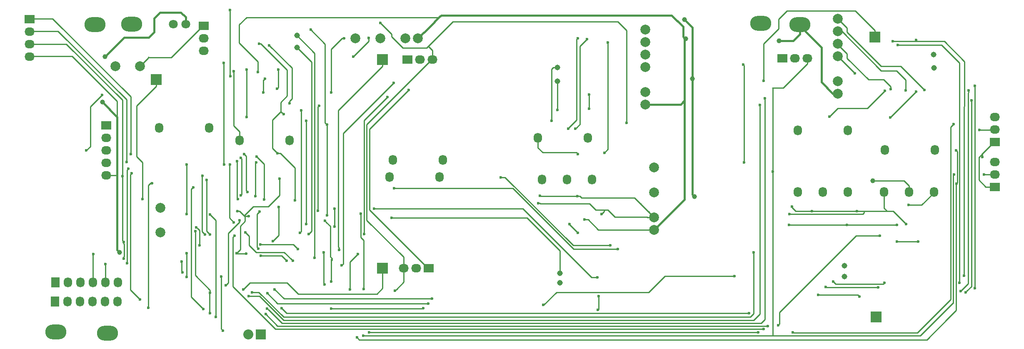
<source format=gbr>
G04 #@! TF.FileFunction,Copper,L2,Bot,Signal*
%FSLAX46Y46*%
G04 Gerber Fmt 4.6, Leading zero omitted, Abs format (unit mm)*
G04 Created by KiCad (PCBNEW 4.0.1-stable) date 12/11/2016 23:12:02*
%MOMM*%
G01*
G04 APERTURE LIST*
%ADD10C,0.100000*%
%ADD11C,2.000000*%
%ADD12O,4.300000X3.000000*%
%ADD13R,1.727200X2.032000*%
%ADD14O,1.727200X2.032000*%
%ADD15R,2.032000X2.032000*%
%ADD16O,2.032000X2.032000*%
%ADD17C,1.143000*%
%ADD18R,2.235200X2.235200*%
%ADD19R,2.032000X1.727200*%
%ADD20O,2.032000X1.727200*%
%ADD21C,1.800000*%
%ADD22C,0.600000*%
%ADD23C,1.000000*%
%ADD24C,0.250000*%
%ADD25C,0.400000*%
G04 APERTURE END LIST*
D10*
D11*
X166492000Y61919000D03*
X166492000Y64459000D03*
X166492000Y69539000D03*
X166492000Y74619000D03*
X166492000Y72079000D03*
X166492000Y77159000D03*
X28764000Y38721000D03*
X28764000Y33721000D03*
X129133600Y34276200D03*
X129133600Y36816200D03*
X129133600Y41896200D03*
X129133600Y46976200D03*
D12*
X15494000Y75983000D03*
X158764000Y75971000D03*
D13*
X7360600Y19699200D03*
D14*
X9900600Y19699200D03*
X12440600Y19699200D03*
X14980600Y19699200D03*
X17520600Y19699200D03*
X20060600Y19699200D03*
D12*
X7514000Y13471000D03*
X18014000Y13221000D03*
D13*
X7411400Y23610800D03*
D14*
X9951400Y23610800D03*
X12491400Y23610800D03*
X15031400Y23610800D03*
X17571400Y23610800D03*
X20111400Y23610800D03*
D11*
X127355600Y59751000D03*
X127355600Y62291000D03*
X127355600Y67371000D03*
X127355600Y72451000D03*
X127355600Y69911000D03*
X127355600Y74991000D03*
D12*
X22914000Y76071000D03*
X150764000Y76221000D03*
D15*
X49164000Y13021000D03*
D16*
X46624000Y13021000D03*
D11*
X81134000Y73201000D03*
X78594000Y73201000D03*
X73514000Y73201000D03*
X68434000Y73201000D03*
D17*
X56514000Y71371000D03*
X56514000Y73771000D03*
D18*
X73914000Y68871000D03*
X73914000Y26453000D03*
D17*
X109474000Y67245400D03*
X109996800Y25464600D03*
X109503200Y64451400D03*
X109996800Y23464600D03*
D19*
X83312000Y26453000D03*
D20*
X80772000Y26453000D03*
X78232000Y26453000D03*
D19*
X78994000Y68871000D03*
D20*
X81534000Y68871000D03*
X84074000Y68871000D03*
D17*
X167814000Y26971000D03*
X167814000Y24771000D03*
D19*
X155194000Y69125000D03*
D20*
X157734000Y69125000D03*
X160274000Y69125000D03*
D17*
X186014000Y67171000D03*
X185928000Y69887000D03*
D19*
X37592000Y75729000D03*
D20*
X37592000Y73189000D03*
X37592000Y70649000D03*
D19*
X198374000Y42963000D03*
D20*
X198374000Y45503000D03*
X198374000Y48043000D03*
D18*
X174244000Y16547000D03*
D19*
X198374000Y52107000D03*
D20*
X198374000Y54647000D03*
X198374000Y57187000D03*
D18*
X173990000Y73443000D03*
X27940000Y64807000D03*
D21*
X31414000Y76071000D03*
X33914000Y76071000D03*
D14*
X55014000Y52471000D03*
X44854000Y52471000D03*
X28514000Y54971000D03*
X38674000Y54971000D03*
X76014000Y48471000D03*
X86174000Y48471000D03*
X85514000Y44971000D03*
X75354000Y44971000D03*
X105514000Y52971000D03*
X115674000Y52971000D03*
X116514000Y44471000D03*
X111434000Y44471000D03*
X106354000Y44471000D03*
X158354000Y54471000D03*
X168514000Y54471000D03*
X168514000Y41971000D03*
X163434000Y41971000D03*
X158354000Y41971000D03*
X176014000Y50471000D03*
X186174000Y50471000D03*
X186014000Y41971000D03*
X180934000Y41971000D03*
X175854000Y41971000D03*
D19*
X17764000Y55471000D03*
D20*
X17764000Y52931000D03*
X17764000Y50391000D03*
X17764000Y47851000D03*
X17764000Y45311000D03*
D11*
X19644000Y67531000D03*
X24644000Y67531000D03*
D19*
X2159000Y77126000D03*
D20*
X2159000Y74586000D03*
X2159000Y72046000D03*
X2159000Y69506000D03*
D22*
X76454000Y21881000D03*
X153267501Y46131000D03*
X70034000Y12731000D03*
X190044000Y45501000D03*
X123544000Y56021000D03*
X52814000Y38871000D03*
X51614000Y31971000D03*
X73507600Y76287798D03*
X162464000Y21071000D03*
X21038979Y45158747D03*
X55014000Y59971000D03*
X61014000Y59471000D03*
X48707160Y30459030D03*
X84014000Y20271000D03*
X192114000Y24971000D03*
X48914000Y37971000D03*
X182328810Y72856190D03*
X170840400Y20712600D03*
X21338978Y31815000D03*
X21338978Y28371000D03*
X177614000Y72571000D03*
X50914000Y71770994D03*
X52014000Y22171000D03*
X60814000Y38171000D03*
X115004000Y36321000D03*
D23*
X135514000Y73071000D03*
X154482800Y72681000D03*
D22*
X48614000Y66371000D03*
X156514000Y35271000D03*
X168314000Y35271000D03*
X178514000Y35271000D03*
X50038002Y65010200D03*
X49714000Y62171000D03*
X63514000Y62171000D03*
X66114000Y73171000D03*
X68014000Y69471000D03*
X71114000Y73271000D03*
X38863039Y37370999D03*
X40014000Y16571000D03*
X38894000Y21491000D03*
X38854000Y17341000D03*
X35858181Y33966896D03*
X121767600Y30313800D03*
X76301600Y42709000D03*
X113131600Y54799400D03*
X115468400Y72985800D03*
X169926000Y66077000D03*
X177209000Y62875659D03*
X45084000Y48921000D03*
X45084002Y41251000D03*
X22754000Y49691000D03*
X44384000Y48251000D03*
X44570021Y40510618D03*
X21914000Y48011002D03*
X27104000Y43691000D03*
X26352584Y18445980D03*
X44904000Y36211000D03*
X42114000Y22971000D03*
X22944000Y45731000D03*
X48214000Y47971000D03*
X48072980Y41071000D03*
X24671780Y20095970D03*
X33130036Y27821020D03*
X33229236Y25620972D03*
X34114000Y29471000D03*
X34113998Y24671000D03*
X22224000Y46681000D03*
X48314000Y49171000D03*
X49885917Y40422461D03*
X22013998Y27471000D03*
X17614000Y27271000D03*
X70104000Y22262000D03*
X157324000Y13401000D03*
X69514000Y37571000D03*
X190014000Y55771000D03*
X71214000Y13437696D03*
X150314729Y13425980D03*
X74914000Y61271000D03*
X70213999Y33420999D03*
X67310002Y22135000D03*
X190504000Y50421000D03*
X190564000Y43631000D03*
X68888980Y29321000D03*
X68714000Y12371000D03*
X35504000Y42841000D03*
X37513996Y18171000D03*
X46314000Y66871001D03*
X46314000Y57171000D03*
X52514000Y62971000D03*
X52714000Y66871000D03*
X65114000Y30171000D03*
X49114000Y31270986D03*
X56714000Y30371000D03*
X45593000Y22135000D03*
X97942400Y44944200D03*
X120192800Y31075800D03*
X111709200Y54799400D03*
X113577547Y73210091D03*
X111914000Y35471000D03*
X113639600Y33615800D03*
X119735600Y72376200D03*
X119024400Y49922600D03*
X164794000Y57291000D03*
X176022000Y62521000D03*
X182778400Y31888600D03*
X178511200Y31888600D03*
X50486597Y18286208D03*
X151384002Y64553000D03*
X151638000Y60997000D03*
X177134676Y57144503D03*
X182339352Y62349179D03*
X148416175Y17295980D03*
X53414000Y18321000D03*
X60114006Y28571000D03*
X58924000Y33361000D03*
X43724000Y35781000D03*
X52544000Y49821000D03*
X42934000Y47551000D03*
X56114000Y40225980D03*
X72198341Y38525980D03*
X191214000Y23471000D03*
X165514000Y23771000D03*
X175914000Y23471000D03*
X117596800Y24564600D03*
X53814000Y57771000D03*
X178614000Y71871000D03*
X48814000Y72071000D03*
X57114000Y33669980D03*
X109503200Y58671000D03*
X57414000Y58571000D03*
X75814000Y36671000D03*
X64164000Y38571000D03*
X64214000Y34921000D03*
X58414000Y35471000D03*
X108305600Y56425000D03*
X58414000Y56461180D03*
X55714000Y27971000D03*
X145414000Y24871000D03*
X106614000Y18971000D03*
X46014000Y33771000D03*
X62103000Y23151000D03*
X192414000Y21571000D03*
X193614000Y60571000D03*
X62014000Y29671000D03*
X63500000Y23786000D03*
X82184000Y18321000D03*
X62214000Y36071000D03*
X63514000Y18238020D03*
X43814000Y33071000D03*
X191414000Y21771000D03*
X193014000Y62571000D03*
X151414000Y14071000D03*
X47414000Y21571006D03*
X149356152Y29714758D03*
X154303463Y14881537D03*
X152214000Y14716020D03*
X175014000Y33071000D03*
X50164000Y17121000D03*
X180289200Y62571800D03*
D23*
X173532800Y44233000D03*
D22*
X184048400Y62724200D03*
X25134000Y40511000D03*
X36081617Y34787016D03*
X36714000Y31121000D03*
D23*
X17014000Y60221000D03*
D22*
X53014000Y44671000D03*
X46216836Y29444064D03*
X83214000Y19271000D03*
X194314000Y22371000D03*
X194314000Y63571000D03*
X46714000Y37071000D03*
X44423020Y38021000D03*
X41114000Y24771000D03*
D23*
X20514000Y29671000D03*
D22*
X117714000Y17971000D03*
X117814000Y20771000D03*
X164014000Y22671000D03*
X174625000Y22595980D03*
X62614000Y55648380D03*
X115903200Y58871000D03*
X115903200Y61771000D03*
X59314000Y74971000D03*
X41514000Y13771000D03*
X15114000Y29371000D03*
X44314000Y29471000D03*
X50514000Y21371000D03*
X62614000Y37171000D03*
X38154000Y44391000D03*
X38862000Y33311000D03*
X41744000Y47581000D03*
X34084000Y47551000D03*
X41614000Y68171000D03*
X34114000Y37471000D03*
X113648151Y49677151D03*
X180836000Y39293000D03*
X79214000Y62671000D03*
X147414000Y47971000D03*
X147214000Y67871000D03*
X195834000Y49059000D03*
D23*
X17514000Y69471000D03*
D22*
X150614000Y59671000D03*
X46714000Y20771004D03*
X196134000Y45531000D03*
X195214000Y54571000D03*
X49159658Y28957834D03*
X54414000Y27971000D03*
X65629221Y27034715D03*
X76214000Y64171000D03*
X45824000Y49621000D03*
X46504000Y41971000D03*
D23*
X137284000Y41061000D03*
D22*
X105874000Y41201000D03*
X113564000Y41121000D03*
X37304000Y45211000D03*
X43014000Y65471000D03*
X105614000Y39671000D03*
D23*
X136914000Y64971000D03*
X135259151Y77026953D03*
D22*
X156667200Y37476600D03*
X118465600Y37425800D03*
X170384257Y38034965D03*
X180340000Y35393798D03*
X43714000Y66471000D03*
X42914000Y78971000D03*
X157114000Y38971000D03*
X161224000Y38036119D03*
X37846000Y33311000D03*
X16914000Y61711000D03*
X13734000Y50381000D03*
D24*
X76753999Y22180999D02*
X76454000Y21881000D01*
X78232000Y23659000D02*
X76753999Y22180999D01*
X78232000Y26453000D02*
X78232000Y23659000D01*
X189894000Y45541000D02*
X189894000Y19341000D01*
X189824000Y19341000D02*
X183214000Y12731000D01*
X183214000Y12731000D02*
X153233116Y12731000D01*
X83216799Y71568201D02*
X82899598Y71251000D01*
X82899598Y71251000D02*
X78064000Y71251000D01*
X78064000Y71251000D02*
X75794000Y73521000D01*
X75794000Y73521000D02*
X75794000Y74001398D01*
X75794000Y74001398D02*
X73507600Y76287798D01*
X153233116Y44289727D02*
X153233116Y46096615D01*
X153233116Y12731000D02*
X153233116Y44289727D01*
X153233116Y44289727D02*
X153233116Y63035407D01*
X153184313Y63084210D02*
X155346810Y63084210D01*
X153233116Y63035407D02*
X153184313Y63084210D01*
X153233116Y12731000D02*
X70034000Y12731000D01*
X153233116Y46096615D02*
X153267501Y46131000D01*
X190044000Y45501000D02*
X189894000Y45351000D01*
X121724000Y76581000D02*
X88229598Y76581000D01*
X88229598Y76581000D02*
X83216799Y71568201D01*
X123544000Y74761000D02*
X121724000Y76581000D01*
X123544000Y56021000D02*
X123544000Y74761000D01*
X155346810Y63084210D02*
X160274000Y68011400D01*
X84074000Y68871000D02*
X83921600Y68871000D01*
X83921600Y68871000D02*
X70714000Y55663400D01*
X78232000Y27566600D02*
X78232000Y26453000D01*
X70714000Y55663400D02*
X70714000Y36226632D01*
X70714000Y36226632D02*
X78232000Y28708632D01*
X78232000Y28708632D02*
X78232000Y27566600D01*
X52814000Y33171000D02*
X52814000Y38446736D01*
X52814000Y38446736D02*
X52814000Y38871000D01*
X51614000Y31971000D02*
X52814000Y33171000D01*
X198374000Y48043000D02*
X198221600Y48043000D01*
X84074000Y68871000D02*
X84074000Y70711000D01*
X84074000Y70711000D02*
X83216799Y71568201D01*
X160274000Y68011400D02*
X160274000Y69125000D01*
X162464000Y21071000D02*
X162517600Y21017400D01*
X162517600Y21017400D02*
X170535600Y21017400D01*
X170535600Y21017400D02*
X170840400Y20712600D01*
X21038979Y60646021D02*
X21038979Y45158747D01*
X21038979Y45158747D02*
X21038979Y32114999D01*
X50914000Y71770994D02*
X55514000Y67170994D01*
X55514000Y67170994D02*
X55514000Y60895264D01*
X55514000Y60895264D02*
X55014000Y60395264D01*
X55014000Y60395264D02*
X55014000Y59971000D01*
X60814000Y38171000D02*
X60814000Y59271000D01*
X60814000Y59271000D02*
X61014000Y59471000D01*
X6793800Y72041600D02*
X9643400Y72041600D01*
X9643400Y72041600D02*
X21038979Y60646021D01*
X21038979Y32114999D02*
X21338978Y31815000D01*
X48407161Y30759029D02*
X48707160Y30459030D01*
X48914000Y37971000D02*
X48407161Y37464161D01*
X48407161Y37464161D02*
X48407161Y30759029D01*
X52014000Y22171000D02*
X53914000Y20271000D01*
X83589736Y20271000D02*
X84014000Y20271000D01*
X53914000Y20271000D02*
X83589736Y20271000D01*
X192114000Y25395264D02*
X192114000Y24971000D01*
X192114000Y59278988D02*
X192114000Y25395264D01*
X192214000Y59378988D02*
X192114000Y59278988D01*
X177614000Y72571000D02*
X181255630Y72571000D01*
X181255630Y72571000D02*
X182043620Y72571000D01*
X188114000Y72571000D02*
X181255630Y72571000D01*
X192214000Y68471000D02*
X188114000Y72571000D01*
X192214000Y59378988D02*
X192214000Y59646738D01*
X192214000Y59378988D02*
X192214000Y68471000D01*
X192214000Y59646738D02*
X192214000Y60071002D01*
X21389001Y28845287D02*
X21389001Y31340713D01*
X21338978Y28795264D02*
X21389001Y28845287D01*
X21338978Y28371000D02*
X21338978Y28795264D01*
X21338978Y31390736D02*
X21338978Y31815000D01*
X21389001Y31340713D02*
X21338978Y31390736D01*
X182043620Y72571000D02*
X182328810Y72856190D01*
X6793800Y72041600D02*
X2628200Y72041600D01*
X2628200Y72041600D02*
X2552000Y72117800D01*
D25*
X85814000Y77881000D02*
X85440000Y77507000D01*
X85440000Y77507000D02*
X83536050Y75603050D01*
D24*
X48614000Y66371000D02*
X48614000Y68471000D01*
X44814000Y75971000D02*
X46294000Y77451000D01*
X48614000Y68471000D02*
X44814000Y72271000D01*
X44814000Y72271000D02*
X44814000Y75971000D01*
X46294000Y77451000D02*
X85384000Y77451000D01*
X85384000Y77451000D02*
X85440000Y77507000D01*
D25*
X135514000Y73071000D02*
X135014001Y73570999D01*
X135014001Y73570999D02*
X135014001Y75540999D01*
X135014001Y75540999D02*
X132674000Y77881000D01*
X132674000Y77881000D02*
X85814000Y77881000D01*
X83536050Y75603050D02*
X81134000Y73201000D01*
D24*
X115004000Y36321000D02*
X115760401Y36321000D01*
X115760401Y36321000D02*
X117805201Y34276200D01*
X117805201Y34276200D02*
X129133600Y34276200D01*
X81134000Y73711000D02*
X81134000Y73201000D01*
D25*
X135514000Y73071000D02*
X135444000Y73141000D01*
X135444000Y73141000D02*
X135444000Y73171000D01*
X135444000Y73171000D02*
X135314000Y73041000D01*
X135314000Y73041000D02*
X135314000Y62071000D01*
X135314000Y62071000D02*
X135314000Y60553770D01*
X81134000Y73741000D02*
X81134000Y73201000D01*
X135314000Y60553770D02*
X135314000Y40456600D01*
X127355600Y59751000D02*
X134511230Y59751000D01*
X134511230Y59751000D02*
X135314000Y60553770D01*
D24*
X81134000Y73201000D02*
X81134000Y73641000D01*
D25*
X135314000Y40456600D02*
X129133600Y34276200D01*
X158764000Y75971000D02*
X158764000Y74071000D01*
X158764000Y74071000D02*
X157374000Y72681000D01*
X157374000Y72681000D02*
X154482800Y72681000D01*
X154635200Y72528600D02*
X154482800Y72681000D01*
X166492000Y61919000D02*
X165466000Y61919000D01*
X165466000Y61919000D02*
X163114000Y64271000D01*
X163114000Y64271000D02*
X163114000Y71371000D01*
X163114000Y71371000D02*
X158764000Y75721000D01*
X158764000Y75721000D02*
X158764000Y75971000D01*
D24*
X168314000Y35271000D02*
X156514000Y35271000D01*
X178514000Y35271000D02*
X168314000Y35271000D01*
X158764000Y75171000D02*
X158764000Y75971000D01*
X49738003Y64710201D02*
X50038002Y65010200D01*
X49714000Y64686198D02*
X49738003Y64710201D01*
X49714000Y62171000D02*
X49714000Y64686198D01*
X66114000Y73171000D02*
X65689736Y73171000D01*
X65689736Y73171000D02*
X63514000Y70995264D01*
X63514000Y70995264D02*
X63514000Y62595264D01*
X63514000Y62595264D02*
X63514000Y62171000D01*
X68313999Y69770999D02*
X68014000Y69471000D01*
X71114000Y72571000D02*
X68313999Y69770999D01*
X71114000Y73271000D02*
X71114000Y72571000D01*
X40014000Y36220038D02*
X39163038Y37071000D01*
X39163038Y37071000D02*
X38863039Y37370999D01*
X40014000Y16571000D02*
X40014000Y36220038D01*
X38894000Y21491000D02*
X38814000Y21411000D01*
X38814000Y21411000D02*
X38814000Y17381000D01*
X38814000Y17381000D02*
X38854000Y17341000D01*
X38894000Y21491000D02*
X38894000Y21955172D01*
X38894000Y21955172D02*
X35858181Y24990991D01*
X35858181Y24990991D02*
X35858181Y33542632D01*
X35858181Y33542632D02*
X35858181Y33966896D01*
X76301600Y42709000D02*
X100405388Y42709000D01*
X100405388Y42709000D02*
X112800588Y30313800D01*
X112800588Y30313800D02*
X121343336Y30313800D01*
X121343336Y30313800D02*
X121767600Y30313800D01*
X115468400Y72985800D02*
X114046000Y71563400D01*
X114046000Y71563400D02*
X114046000Y55713800D01*
X114046000Y55713800D02*
X113431599Y55099399D01*
X113431599Y55099399D02*
X113131600Y54799400D01*
X166492000Y69539000D02*
X169926000Y66105000D01*
X169926000Y66105000D02*
X169926000Y66077000D01*
X177209000Y62875659D02*
X177209000Y63366000D01*
X177209000Y63366000D02*
X175768000Y64807000D01*
X175768000Y64807000D02*
X172678000Y64807000D01*
X166492000Y71893000D02*
X166492000Y72079000D01*
X172678000Y64807000D02*
X168314000Y69171000D01*
X168314000Y69171000D02*
X168314000Y70071000D01*
X168314000Y70071000D02*
X166492000Y71893000D01*
X45084000Y48921000D02*
X45294000Y48711000D01*
X45294000Y48711000D02*
X45294000Y41460998D01*
X45294000Y41460998D02*
X45084002Y41251000D01*
X22754000Y61313800D02*
X22754000Y50115264D01*
X6870000Y77197800D02*
X22754000Y61313800D01*
X2552000Y77197800D02*
X6870000Y77197800D01*
X22754000Y50115264D02*
X22754000Y49691000D01*
X44384000Y48251000D02*
X44322981Y48189981D01*
X44322981Y48189981D02*
X44322981Y40757658D01*
X44322981Y40757658D02*
X44570021Y40510618D01*
X21914000Y60727400D02*
X21914000Y48435266D01*
X21914000Y48435266D02*
X21914000Y48011002D01*
X7983600Y74657800D02*
X21914000Y60727400D01*
X2552000Y74657800D02*
X7983600Y74657800D01*
X27104000Y43691000D02*
X26734008Y43691000D01*
X26734008Y43691000D02*
X26352584Y43309576D01*
X26352584Y43309576D02*
X26352584Y18445980D01*
X44904000Y36211000D02*
X44904000Y35861000D01*
X44904000Y35861000D02*
X42614000Y33571000D01*
X42614000Y33571000D02*
X42614000Y23471000D01*
X42614000Y23471000D02*
X42114000Y22971000D01*
X22944000Y45731000D02*
X22707600Y45494600D01*
X22707600Y45494600D02*
X22707600Y22060150D01*
X22707600Y22060150D02*
X24671780Y20095970D01*
X48072980Y41071000D02*
X48072980Y47829980D01*
X48072980Y47829980D02*
X48214000Y47971000D01*
X33130036Y25720172D02*
X33229236Y25620972D01*
X33130036Y27821020D02*
X33130036Y25720172D01*
X34113998Y24671000D02*
X34113998Y29470998D01*
X34113998Y29470998D02*
X34114000Y29471000D01*
X22224000Y46681000D02*
X22013998Y46470998D01*
X22013998Y46470998D02*
X22013998Y27471000D01*
X48613999Y48871001D02*
X48314000Y49171000D01*
X49885917Y47599083D02*
X48613999Y48871001D01*
X49885917Y40422461D02*
X49885917Y47599083D01*
X17571400Y23610800D02*
X17571400Y27228400D01*
X17571400Y27228400D02*
X17614000Y27271000D01*
X70104000Y22686264D02*
X70104000Y22262000D01*
X69514000Y32745998D02*
X70104000Y32155998D01*
X69514000Y37571000D02*
X69514000Y32745998D01*
X70104000Y32155998D02*
X70104000Y22686264D01*
X157324000Y13401000D02*
X157354000Y13371000D01*
X157354000Y13371000D02*
X182634000Y13371000D01*
X182634000Y13371000D02*
X189368999Y20105999D01*
X189368999Y20105999D02*
X189368999Y55125999D01*
X189368999Y55125999D02*
X189714001Y55471001D01*
X189714001Y55471001D02*
X190014000Y55771000D01*
X150303013Y13437696D02*
X150314729Y13425980D01*
X71214000Y13437696D02*
X150303013Y13437696D01*
X74914000Y61271000D02*
X70159001Y56516001D01*
X70159001Y56516001D02*
X70159001Y33900261D01*
X70159001Y33900261D02*
X70213999Y33845263D01*
X70213999Y33845263D02*
X70213999Y33420999D01*
X67310002Y22559264D02*
X67310002Y22135000D01*
X67310002Y27742022D02*
X67310002Y22559264D01*
X68888980Y29321000D02*
X67310002Y27742022D01*
X190564000Y43631000D02*
X190484000Y43551000D01*
X190484000Y43551000D02*
X190484000Y17891000D01*
X190484000Y17891000D02*
X188914000Y16321000D01*
X188914000Y16321000D02*
X188914000Y16291000D01*
X188914000Y16291000D02*
X184554000Y11931000D01*
X184554000Y11931000D02*
X69154000Y11931000D01*
X69154000Y11931000D02*
X68714000Y12371000D01*
X190504000Y50421000D02*
X190724000Y50201000D01*
X190724000Y50201000D02*
X190724000Y43791000D01*
X190724000Y43791000D02*
X190564000Y43631000D01*
X35504000Y42841000D02*
X35384000Y42841000D01*
X35384000Y42841000D02*
X35056801Y42513801D01*
X35056801Y42513801D02*
X35056801Y20628195D01*
X35056801Y20628195D02*
X37513996Y18171000D01*
X46314000Y57171000D02*
X46314000Y66871001D01*
X52714000Y63171000D02*
X52514000Y62971000D01*
X52714000Y66871000D02*
X52714000Y63171000D01*
X65114000Y30595264D02*
X65114000Y30171000D01*
X64914001Y58503401D02*
X64914001Y30795263D01*
X73914000Y68871000D02*
X73914000Y67503400D01*
X64914001Y30795263D02*
X65114000Y30595264D01*
X73914000Y67503400D02*
X64914001Y58503401D01*
X49538264Y31270986D02*
X49114000Y31270986D01*
X55814014Y31270986D02*
X49538264Y31270986D01*
X56714000Y30371000D02*
X55814014Y31270986D01*
X45593000Y22135000D02*
X46990000Y23532000D01*
X46990000Y23532000D02*
X54483000Y23532000D01*
X54483000Y23532000D02*
X56769000Y21246000D01*
X56769000Y21246000D02*
X72771000Y21246000D01*
X72771000Y21246000D02*
X73914000Y22389000D01*
X73914000Y22389000D02*
X73914000Y25085400D01*
X73914000Y25085400D02*
X73914000Y26453000D01*
X120192800Y31075800D02*
X112703282Y31075800D01*
X112703282Y31075800D02*
X98834882Y44944200D01*
X98834882Y44944200D02*
X98366664Y44944200D01*
X98366664Y44944200D02*
X97942400Y44944200D01*
X113577547Y73210091D02*
X113385600Y73018144D01*
X113385600Y73018144D02*
X113385600Y56577400D01*
X113385600Y56577400D02*
X111709200Y54901000D01*
X111709200Y54901000D02*
X111709200Y54799400D01*
X111914000Y35341400D02*
X111914000Y35471000D01*
X113639600Y33615800D02*
X111914000Y35341400D01*
X119024400Y49922600D02*
X119735600Y50633800D01*
X119735600Y50633800D02*
X119735600Y71309400D01*
X119735600Y71309400D02*
X119735600Y72376200D01*
X164794000Y57291000D02*
X166468000Y58965000D01*
X166468000Y58965000D02*
X172466000Y58965000D01*
X172466000Y58965000D02*
X176022000Y62521000D01*
X178511200Y31888600D02*
X182778400Y31888600D01*
X151614000Y61021000D02*
X151614000Y16009799D01*
X151614000Y16009799D02*
X150875213Y15271012D01*
X150875213Y15271012D02*
X53501793Y15271012D01*
X53501793Y15271012D02*
X50786596Y17986209D01*
X50786596Y17986209D02*
X50486597Y18286208D01*
X173990000Y73443000D02*
X173990000Y74810600D01*
X173990000Y74810600D02*
X170023600Y78777000D01*
X151384000Y72071400D02*
X151384000Y70356941D01*
X170023600Y78777000D02*
X156108400Y78777000D01*
X151384000Y70356941D02*
X151384000Y69257377D01*
X156108400Y78777000D02*
X154432000Y77100600D01*
X154432000Y77100600D02*
X154432000Y75119400D01*
X154432000Y75119400D02*
X151384000Y72071400D01*
X151384000Y69257377D02*
X151384000Y69125000D01*
X151384000Y69257377D02*
X151384002Y69257375D01*
X151384002Y69257375D02*
X151384002Y64553000D01*
X177134676Y57144503D02*
X182039353Y62049180D01*
X182039353Y62049180D02*
X182339352Y62349179D01*
X147991911Y17295980D02*
X148416175Y17295980D01*
X53414000Y18321000D02*
X54426000Y17309000D01*
X117390018Y17295980D02*
X147991911Y17295980D01*
X117376998Y17309000D02*
X117390018Y17295980D01*
X54426000Y17309000D02*
X117376998Y17309000D01*
X60114000Y30298133D02*
X60114006Y30298127D01*
X60114006Y30298127D02*
X60114006Y28995264D01*
X60114006Y28995264D02*
X60114006Y28571000D01*
X60114000Y70171000D02*
X60114000Y30298133D01*
X56514000Y73771000D02*
X60114000Y70171000D01*
X58924000Y33361000D02*
X59517256Y33954256D01*
X59517256Y33954256D02*
X59517256Y68367744D01*
X59517256Y68367744D02*
X56514000Y71371000D01*
X43724000Y35781000D02*
X42814000Y36691000D01*
X42814000Y36691000D02*
X42814000Y47431000D01*
X42814000Y47431000D02*
X42934000Y47551000D01*
X52544000Y49821000D02*
X51524000Y50841000D01*
X51524000Y50841000D02*
X51524000Y56608565D01*
X51524000Y56608565D02*
X53214000Y58298565D01*
X52544000Y49821000D02*
X53164000Y49821000D01*
X53164000Y49821000D02*
X56114000Y46871000D01*
X56114000Y46871000D02*
X56114000Y40650244D01*
X56114000Y40650244D02*
X56114000Y40225980D01*
X48814000Y72071000D02*
X49214000Y72071000D01*
X49214000Y72071000D02*
X54514000Y66771000D01*
X54514000Y66771000D02*
X54514000Y61471000D01*
X54514000Y61471000D02*
X53214000Y60171000D01*
X53214000Y60171000D02*
X53214000Y58298565D01*
X117596800Y24564600D02*
X116420400Y24564600D01*
X116420400Y24564600D02*
X102459020Y38525980D01*
X102459020Y38525980D02*
X72622605Y38525980D01*
X72622605Y38525980D02*
X72198341Y38525980D01*
X191214000Y31288152D02*
X191214000Y26302614D01*
X191214000Y26302614D02*
X191214000Y26171000D01*
X191214000Y23471000D02*
X191214000Y26302614D01*
X178614000Y71871000D02*
X187514000Y71871000D01*
X187514000Y71871000D02*
X191214000Y68171000D01*
X191214000Y68171000D02*
X191214000Y55587946D01*
X175714000Y23271000D02*
X166014000Y23271000D01*
X175914000Y23471000D02*
X175714000Y23271000D01*
X166014000Y23271000D02*
X165514000Y23771000D01*
X191214000Y31288152D02*
X191214000Y31071000D01*
X191214000Y55587946D02*
X191214000Y31288152D01*
X53214000Y58298565D02*
X53286435Y58298565D01*
X53286435Y58298565D02*
X53514001Y58070999D01*
X53514001Y58070999D02*
X53814000Y57771000D01*
X191214000Y55771000D02*
X191214000Y55587946D01*
X57413999Y33969979D02*
X57114000Y33669980D01*
X57414000Y58571000D02*
X57413999Y33969979D01*
X109474000Y64451400D02*
X109503200Y64422200D01*
X109503200Y64422200D02*
X109503200Y58871000D01*
X109503200Y58871000D02*
X109503200Y58671000D01*
X109996800Y25464600D02*
X109996800Y26272823D01*
X109996800Y26272823D02*
X110014000Y26290023D01*
X110014000Y26290023D02*
X110014000Y29971000D01*
X110014000Y29971000D02*
X103314000Y36671000D01*
X103314000Y36671000D02*
X75814000Y36671000D01*
X64214000Y38521000D02*
X64164000Y38571000D01*
X64214000Y34921000D02*
X64214000Y38521000D01*
X58206987Y35563987D02*
X58299974Y35471000D01*
X58299974Y35471000D02*
X58414000Y35471000D01*
X58414000Y56461180D02*
X58414000Y35471000D01*
X108305600Y56425000D02*
X108305600Y66889800D01*
X108305600Y66889800D02*
X108661200Y67245400D01*
X108661200Y67245400D02*
X109474000Y67245400D01*
X46014000Y33771000D02*
X46838413Y32946587D01*
X46838413Y32946587D02*
X46838413Y31146587D01*
X46838413Y31146587D02*
X48268999Y29716001D01*
X48268999Y29716001D02*
X53968999Y29716001D01*
X53968999Y29716001D02*
X55414001Y28270999D01*
X55414001Y28270999D02*
X55714000Y27971000D01*
X106614000Y18971000D02*
X106714000Y18971000D01*
X106714000Y18971000D02*
X109314000Y21571000D01*
X109314000Y21571000D02*
X128014000Y21571000D01*
X128014000Y21571000D02*
X131314000Y24871000D01*
X131314000Y24871000D02*
X145414000Y24871000D01*
X62014000Y29671000D02*
X62014000Y23240000D01*
X62014000Y23240000D02*
X62103000Y23151000D01*
X193614000Y60571000D02*
X193614000Y22771000D01*
X193614000Y22771000D02*
X192713999Y21870999D01*
X192713999Y21870999D02*
X192414000Y21571000D01*
X63500000Y24210264D02*
X63500000Y23786000D01*
X63500000Y28335294D02*
X63500000Y24210264D01*
X63630696Y28465990D02*
X63500000Y28335294D01*
X82184000Y18321000D02*
X82134000Y18271000D01*
X82134000Y18271000D02*
X63546980Y18271000D01*
X63546980Y18271000D02*
X63514000Y18238020D01*
X62513999Y35771001D02*
X62214000Y36071000D01*
X63313999Y34971001D02*
X62513999Y35771001D01*
X63630696Y28465990D02*
X63313999Y28782687D01*
X63313999Y28782687D02*
X63313999Y34971001D01*
X63630696Y28087696D02*
X63630696Y28465990D01*
X43514001Y22744568D02*
X43514001Y32771001D01*
X52175853Y14082716D02*
X43514001Y22744568D01*
X150082830Y14071000D02*
X150071114Y14082716D01*
X43514001Y32771001D02*
X43814000Y33071000D01*
X150071114Y14082716D02*
X52175853Y14082716D01*
X151414000Y14071000D02*
X150082830Y14071000D01*
X191713999Y22070999D02*
X191414000Y21771000D01*
X192943990Y62076726D02*
X192943990Y23300990D01*
X193014000Y62146736D02*
X192943990Y62076726D01*
X193014000Y62571000D02*
X193014000Y62146736D01*
X192943990Y23300990D02*
X191713999Y22070999D01*
X48778688Y21571006D02*
X47838264Y21571006D01*
X53802694Y16547000D02*
X48778688Y21571006D01*
X149356152Y17202995D02*
X148700157Y16547000D01*
X149356152Y29714758D02*
X149356152Y17202995D01*
X148700157Y16547000D02*
X53802694Y16547000D01*
X47838264Y21571006D02*
X47414000Y21571006D01*
X175014000Y33071000D02*
X170194000Y33071000D01*
X170194000Y33071000D02*
X154603462Y17480462D01*
X154603462Y17480462D02*
X154603462Y15181536D01*
X154603462Y15181536D02*
X154303463Y14881537D01*
X52568980Y14716020D02*
X151789736Y14716020D01*
X50164000Y17121000D02*
X52568980Y14716020D01*
X151789736Y14716020D02*
X152214000Y14716020D01*
X180289200Y62571800D02*
X180289200Y64765800D01*
X180289200Y64765800D02*
X178424000Y66631000D01*
X178424000Y66631000D02*
X175254000Y66631000D01*
X175254000Y66631000D02*
X167266000Y74619000D01*
X167266000Y74619000D02*
X166492000Y74619000D01*
X180934000Y41971000D02*
X180934000Y43237000D01*
X180934000Y43237000D02*
X179938000Y44233000D01*
X179938000Y44233000D02*
X174239906Y44233000D01*
X174239906Y44233000D02*
X173532800Y44233000D01*
X184048400Y62724200D02*
X179251600Y67521000D01*
X179251600Y67521000D02*
X175264000Y67521000D01*
X175264000Y67521000D02*
X168314000Y74471000D01*
X168314000Y74471000D02*
X168314000Y75337000D01*
X168314000Y75337000D02*
X167491999Y76159001D01*
X167491999Y76159001D02*
X166492000Y77159000D01*
X25134000Y40935264D02*
X25134000Y40511000D01*
X23954321Y49145281D02*
X25134000Y47965602D01*
X27940000Y63439400D02*
X23954321Y59453721D01*
X25134000Y47965602D02*
X25134000Y40935264D01*
X27940000Y64807000D02*
X27940000Y63439400D01*
X23954321Y59453721D02*
X23954321Y49145281D01*
X36381616Y34487017D02*
X36081617Y34787016D01*
X36714000Y34154633D02*
X36381616Y34487017D01*
X36714000Y31121000D02*
X36714000Y34154633D01*
X2552000Y69577800D02*
X10807200Y69577800D01*
X10807200Y69577800D02*
X20014000Y60371000D01*
X20014000Y60371000D02*
X20014000Y52971000D01*
D25*
X20014001Y46191680D02*
X20014001Y45435199D01*
D24*
X17764000Y45311000D02*
X19889802Y45311000D01*
D25*
X20014001Y45435199D02*
X20014001Y43468460D01*
D24*
X19889802Y45311000D02*
X20014001Y45435199D01*
D25*
X17014000Y60221000D02*
X20014000Y57221000D01*
X20014000Y57221000D02*
X20014000Y52971000D01*
X20014001Y52970999D02*
X20014001Y46191680D01*
D24*
X19984681Y46221000D02*
X20014001Y46191680D01*
D25*
X20014001Y43468460D02*
X20014001Y43196714D01*
X20014001Y43196714D02*
X20014001Y30170999D01*
X20014000Y52971000D02*
X20014001Y52970999D01*
X20014001Y30170999D02*
X20514000Y29671000D01*
D24*
X53014000Y44246736D02*
X53014000Y44671000D01*
X50714000Y38971000D02*
X53014000Y41271000D01*
X47641762Y38971000D02*
X50714000Y38971000D01*
X45808587Y37137825D02*
X47641762Y38971000D01*
X53014000Y41271000D02*
X53014000Y44246736D01*
X45808587Y37137825D02*
X44901731Y38044681D01*
X45897070Y37049342D02*
X45808587Y37137825D01*
X44267319Y29444064D02*
X45792572Y29444064D01*
X44240383Y29471000D02*
X44267319Y29444064D01*
X45792572Y29444064D02*
X46216836Y29444064D01*
X82789736Y19271000D02*
X83214000Y19271000D01*
X52614000Y19271000D02*
X82789736Y19271000D01*
X50514000Y21371000D02*
X52614000Y19271000D01*
X194314000Y63571000D02*
X194314000Y22371000D01*
X44239010Y29469627D02*
X44240383Y29471000D01*
X44239010Y29469627D02*
X45014000Y30244617D01*
X45014000Y30244617D02*
X45014000Y35009588D01*
X45014000Y35009588D02*
X45989011Y35984599D01*
X45989011Y35984599D02*
X45989011Y36957401D01*
X45989011Y36957401D02*
X45897070Y37049342D01*
X46714000Y37071000D02*
X45918728Y37071000D01*
X45918728Y37071000D02*
X45897070Y37049342D01*
X41114000Y24346736D02*
X41114000Y24771000D01*
X41114000Y14171000D02*
X41114000Y24346736D01*
X41514000Y13771000D02*
X41114000Y14171000D01*
X117814000Y18071000D02*
X117714000Y17971000D01*
X117814000Y20771000D02*
X117814000Y18071000D01*
X164089020Y22595980D02*
X164014000Y22671000D01*
X174625000Y22595980D02*
X164089020Y22595980D01*
X62314001Y55948379D02*
X62614000Y55648380D01*
X62238999Y56023381D02*
X62314001Y55948379D01*
X62614000Y37171000D02*
X62614000Y55648380D01*
X62238999Y72046001D02*
X62238999Y56023381D01*
X59314000Y74971000D02*
X62238999Y72046001D01*
X115903200Y61771000D02*
X115903200Y58871000D01*
X44901731Y38044681D02*
X44224217Y38044681D01*
X15031400Y23610800D02*
X15031400Y29288400D01*
X15031400Y29288400D02*
X15114000Y29371000D01*
X44240383Y29471000D02*
X44314000Y29471000D01*
X38862000Y33311000D02*
X38154000Y34019000D01*
X38154000Y43966736D02*
X38154000Y44391000D01*
X38154000Y34019000D02*
X38154000Y43966736D01*
X41744000Y47581000D02*
X41614000Y47711000D01*
X41614000Y47711000D02*
X41614000Y68171000D01*
X34084000Y47551000D02*
X34114000Y47521000D01*
X34114000Y47521000D02*
X34114000Y37471000D01*
X105514000Y52971000D02*
X105514000Y50936200D01*
X105514000Y50936200D02*
X106473050Y49977150D01*
X106473050Y49977150D02*
X113348152Y49977150D01*
X113348152Y49977150D02*
X113648151Y49677151D01*
X180836000Y39293000D02*
X183488400Y39293000D01*
X183488400Y39293000D02*
X186014000Y41818600D01*
X186014000Y41818600D02*
X186014000Y41971000D01*
X37592000Y75729000D02*
X37439600Y75729000D01*
X37439600Y75729000D02*
X31014000Y69303400D01*
X31014000Y69303400D02*
X26431600Y69303400D01*
X26431600Y69303400D02*
X26364000Y69371000D01*
X26364000Y69371000D02*
X26364000Y69251000D01*
X26364000Y69251000D02*
X24644000Y67531000D01*
X198374000Y42963000D02*
X196522000Y42963000D01*
X196522000Y42963000D02*
X195114000Y44371000D01*
X195114000Y44371000D02*
X195114000Y48999400D01*
X195114000Y48999400D02*
X195834000Y49719400D01*
X78914001Y62371001D02*
X79214000Y62671000D01*
X71314000Y54771000D02*
X78914001Y62371001D01*
X71314000Y38298600D02*
X71314000Y54771000D01*
X83159600Y26453000D02*
X71314000Y38298600D01*
X83312000Y26453000D02*
X83159600Y26453000D01*
X147414000Y47971000D02*
X147414000Y67671000D01*
X147414000Y67671000D02*
X147214000Y67871000D01*
X147320000Y67765000D02*
X147214000Y67871000D01*
X195834000Y49059000D02*
X195834000Y49719400D01*
X195834000Y49719400D02*
X198221600Y52107000D01*
X198221600Y52107000D02*
X198374000Y52107000D01*
X78994000Y68871000D02*
X79146400Y68871000D01*
D25*
X33914000Y76071000D02*
X33914000Y77471000D01*
X33914000Y77471000D02*
X32914000Y78471000D01*
X32914000Y78471000D02*
X28714000Y78471000D01*
X28714000Y78471000D02*
X27514000Y77271000D01*
X27514000Y77271000D02*
X27514000Y74471000D01*
X27514000Y74471000D02*
X26414000Y73371000D01*
X26414000Y73371000D02*
X21414000Y73371000D01*
X21414000Y73371000D02*
X17514000Y69471000D01*
D24*
X150614000Y17121734D02*
X150614000Y59246736D01*
X149363266Y15871000D02*
X150614000Y17121734D01*
X53814000Y15871000D02*
X149363266Y15871000D01*
X48913996Y20771004D02*
X53814000Y15871000D01*
X46714000Y20771004D02*
X48913996Y20771004D01*
X150614000Y59246736D02*
X150614000Y59671000D01*
X150614000Y59010848D02*
X150614000Y59671000D01*
X196134000Y45531000D02*
X197154000Y45531000D01*
X197154000Y45531000D02*
X197182000Y45503000D01*
X197182000Y45503000D02*
X198374000Y45503000D01*
X195214000Y54571000D02*
X198298000Y54571000D01*
X198298000Y54571000D02*
X198374000Y54647000D01*
X65959001Y27364495D02*
X65929220Y27334714D01*
X65959001Y53916001D02*
X65959001Y27364495D01*
X65929220Y27334714D02*
X65629221Y27034715D01*
X76214000Y64171000D02*
X65959001Y53916001D01*
X54414000Y27971000D02*
X53427166Y28957834D01*
X53427166Y28957834D02*
X49583922Y28957834D01*
X49583922Y28957834D02*
X49159658Y28957834D01*
X45824000Y49621000D02*
X46224000Y49221000D01*
X46224000Y49221000D02*
X46224000Y42251000D01*
X46224000Y42251000D02*
X46504000Y41971000D01*
X44854000Y52471000D02*
X44874000Y52491000D01*
X44874000Y52491000D02*
X44874000Y54221000D01*
X44874000Y54221000D02*
X43714000Y55381000D01*
X43714000Y55381000D02*
X43714000Y59155744D01*
D25*
X137284000Y41061000D02*
X136914000Y41431000D01*
X136914000Y41431000D02*
X136914000Y64971000D01*
D24*
X113564000Y41121000D02*
X114013086Y41121000D01*
X114013086Y41121000D02*
X114353086Y40781000D01*
X114353086Y40781000D02*
X125168800Y40781000D01*
X125168800Y40781000D02*
X126775220Y39174580D01*
X105874000Y41201000D02*
X105991600Y41083400D01*
X105991600Y41083400D02*
X113526400Y41083400D01*
X113526400Y41083400D02*
X113564000Y41121000D01*
X37304000Y45211000D02*
X37236400Y45143400D01*
X37236400Y45143400D02*
X37236400Y33920600D01*
X37236400Y33920600D02*
X37846000Y33311000D01*
X42914000Y67271000D02*
X42914000Y65571000D01*
X42914000Y65571000D02*
X43014000Y65471000D01*
X43714000Y66471000D02*
X43714000Y59155744D01*
X43714000Y59155744D02*
X43714001Y58670999D01*
X119727501Y38271000D02*
X119123134Y38271000D01*
X118971723Y38119589D02*
X119123134Y38271000D01*
X119123134Y38271000D02*
X117299519Y38271000D01*
X118465600Y37425800D02*
X118971723Y37931923D01*
X118971723Y37931923D02*
X118971723Y38119589D01*
X129133600Y36816200D02*
X127719387Y36816200D01*
X127719387Y36816200D02*
X127664587Y36871000D01*
X121127501Y36871000D02*
X119727501Y38271000D01*
X127664587Y36871000D02*
X121127501Y36871000D01*
X117299519Y38271000D02*
X115999519Y39571000D01*
X115999519Y39571000D02*
X106038264Y39571000D01*
X129133600Y36816200D02*
X126775220Y39174580D01*
X126775220Y39174580D02*
X126378800Y39571000D01*
X129133600Y36816200D02*
X127978800Y37971000D01*
X106038264Y39571000D02*
X105938264Y39671000D01*
X105938264Y39671000D02*
X105614000Y39671000D01*
X106314000Y39571000D02*
X106038264Y39571000D01*
D25*
X135259151Y77026953D02*
X136914000Y75372104D01*
X136914000Y75372104D02*
X136914000Y65678106D01*
X136914000Y65678106D02*
X136914000Y64971000D01*
D24*
X176507700Y38034965D02*
X171782486Y38034965D01*
X177698833Y38034965D02*
X176507700Y38034965D01*
X176507700Y38034965D02*
X175854000Y38688665D01*
X175854000Y38688665D02*
X175854000Y41971000D01*
X171782486Y37707486D02*
X171551600Y37476600D01*
X171551600Y37476600D02*
X156667200Y37476600D01*
X171782486Y38034965D02*
X170808521Y38034965D01*
X171782486Y38034965D02*
X171782486Y37707486D01*
X170383103Y38036119D02*
X170384257Y38034965D01*
X161224000Y38036119D02*
X170383103Y38036119D01*
X180340000Y35393798D02*
X177698833Y38034965D01*
X170808521Y38034965D02*
X170384257Y38034965D01*
X42914000Y78971000D02*
X42914000Y67271000D01*
X157114000Y38801238D02*
X157114000Y38971000D01*
X157879119Y38036119D02*
X157114000Y38801238D01*
X161224000Y38036119D02*
X157879119Y38036119D01*
X14524000Y53763998D02*
X14524000Y59321000D01*
X14524000Y59321000D02*
X16914000Y61711000D01*
X14524000Y51171000D02*
X14524000Y53763998D01*
X13734000Y50381000D02*
X14524000Y51171000D01*
M02*

</source>
